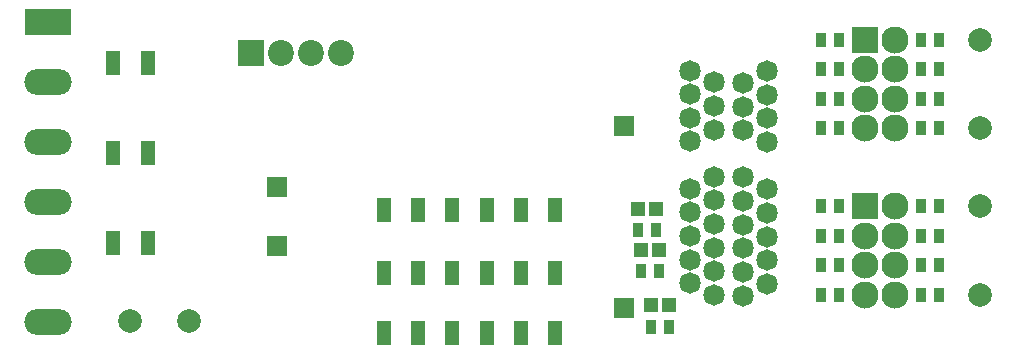
<source format=gbs>
%TF.GenerationSoftware,KiCad,Pcbnew,(5.1.5)-3*%
%TF.CreationDate,2020-03-19T09:51:27+11:00*%
%TF.ProjectId,din_power_atm90e26,64696e5f-706f-4776-9572-5f61746d3930,rev?*%
%TF.SameCoordinates,Original*%
%TF.FileFunction,Soldermask,Bot*%
%TF.FilePolarity,Negative*%
%FSLAX46Y46*%
G04 Gerber Fmt 4.6, Leading zero omitted, Abs format (unit mm)*
G04 Created by KiCad (PCBNEW (5.1.5)-3) date 2020-03-19 09:51:27*
%MOMM*%
%LPD*%
G04 APERTURE LIST*
%ADD10C,1.822400*%
%ADD11C,2.000000*%
%ADD12C,2.200000*%
%ADD13R,2.200000X2.200000*%
%ADD14R,1.708000X1.708000*%
%ADD15R,2.300000X2.300000*%
%ADD16C,2.300000*%
%ADD17O,4.000000X2.200000*%
%ADD18R,4.000000X2.200000*%
%ADD19R,0.900000X1.300000*%
%ADD20R,1.300000X2.100000*%
%ADD21R,1.200000X1.150000*%
G04 APERTURE END LIST*
D10*
%TO.C,J4*%
X169378000Y-62367400D03*
X169378000Y-64367400D03*
X169378000Y-66367400D03*
X169378000Y-68367400D03*
X169378000Y-70367400D03*
X169378000Y-72367400D03*
X171378000Y-71367400D03*
X171378000Y-69367400D03*
X171378000Y-67367400D03*
X171378000Y-65367400D03*
X171378000Y-63367400D03*
X166878000Y-72317400D03*
X166878000Y-70317400D03*
X166878000Y-68317400D03*
X166878000Y-66317400D03*
X166878000Y-64317400D03*
X166878000Y-62317400D03*
X164878000Y-63317400D03*
X164878000Y-65317400D03*
X164878000Y-67317400D03*
X164878000Y-69317400D03*
X164878000Y-71317400D03*
X171378000Y-53367400D03*
X171378000Y-55367400D03*
X171378000Y-57367400D03*
X171378000Y-59367400D03*
X169378000Y-58367400D03*
X169378000Y-56367400D03*
X169378000Y-54367400D03*
X164878000Y-59317400D03*
X164878000Y-57317400D03*
X164878000Y-55317400D03*
X164878000Y-53317400D03*
X166878000Y-54317400D03*
X166878000Y-56317400D03*
X166878000Y-58317400D03*
%TD*%
D11*
%TO.C,F1*%
X117450000Y-74500000D03*
X122450000Y-74500000D03*
%TD*%
D12*
%TO.C,U5*%
X135310000Y-51850000D03*
X132770000Y-51850000D03*
X130230000Y-51850000D03*
D13*
X127690000Y-51850000D03*
%TD*%
D14*
%TO.C,U4*%
X159288000Y-73389000D03*
X159288000Y-57989000D03*
X129888000Y-68189000D03*
X129888000Y-63189000D03*
%TD*%
D15*
%TO.C,J5*%
X179705000Y-50698400D03*
D16*
X179705000Y-53198400D03*
X179705000Y-55698400D03*
X179705000Y-58198400D03*
X182205000Y-50698400D03*
X182205000Y-53198400D03*
X182205000Y-55698400D03*
X182205000Y-58198400D03*
D11*
X189385000Y-50698400D03*
X189385000Y-58198400D03*
%TD*%
%TO.C,J3*%
X189385000Y-72295400D03*
X189385000Y-64795400D03*
D16*
X182205000Y-72295400D03*
X182205000Y-69795400D03*
X182205000Y-67295400D03*
X182205000Y-64795400D03*
X179705000Y-72295400D03*
X179705000Y-69795400D03*
X179705000Y-67295400D03*
D15*
X179705000Y-64795400D03*
%TD*%
D17*
%TO.C,J1*%
X110490000Y-74574400D03*
X110490000Y-69494400D03*
X110490000Y-64414400D03*
X110490000Y-59334400D03*
X110490000Y-54254400D03*
D18*
X110490000Y-49174400D03*
%TD*%
D19*
%TO.C,R3*%
X185950000Y-50700000D03*
X184450000Y-50700000D03*
%TD*%
%TO.C,R11*%
X185950000Y-58200000D03*
X184450000Y-58200000D03*
%TD*%
%TO.C,R10*%
X185950000Y-55700000D03*
X184450000Y-55700000D03*
%TD*%
%TO.C,R9*%
X175950000Y-58200000D03*
X177450000Y-58200000D03*
%TD*%
%TO.C,R8*%
X175950000Y-55700000D03*
X177450000Y-55700000D03*
%TD*%
%TO.C,R2*%
X175950000Y-53200000D03*
X177450000Y-53200000D03*
%TD*%
%TO.C,R4*%
X184450000Y-53200000D03*
X185950000Y-53200000D03*
%TD*%
%TO.C,R1*%
X175950000Y-50700000D03*
X177450000Y-50700000D03*
%TD*%
D20*
%TO.C,R15*%
X144750000Y-65100000D03*
X147650000Y-65100000D03*
%TD*%
%TO.C,R24*%
X150550000Y-75550000D03*
X153450000Y-75550000D03*
%TD*%
%TO.C,R23*%
X153450000Y-70450000D03*
X150550000Y-70450000D03*
%TD*%
%TO.C,R22*%
X153450000Y-65100000D03*
X150550000Y-65100000D03*
%TD*%
%TO.C,R17*%
X147650000Y-75550000D03*
X144750000Y-75550000D03*
%TD*%
%TO.C,R16*%
X144750000Y-70450000D03*
X147650000Y-70450000D03*
%TD*%
%TO.C,R13*%
X141850000Y-70450000D03*
X138950000Y-70450000D03*
%TD*%
%TO.C,R14*%
X138950000Y-75550000D03*
X141850000Y-75550000D03*
%TD*%
%TO.C,R7*%
X118950000Y-67950000D03*
X116050000Y-67950000D03*
%TD*%
%TO.C,R5*%
X118950000Y-52700000D03*
X116050000Y-52700000D03*
%TD*%
%TO.C,R12*%
X138950000Y-65100000D03*
X141850000Y-65100000D03*
%TD*%
%TO.C,R6*%
X118950000Y-60300000D03*
X116050000Y-60300000D03*
%TD*%
D21*
%TO.C,C2*%
X163050000Y-73150000D03*
X161550000Y-73150000D03*
%TD*%
%TO.C,C3*%
X162000000Y-65050000D03*
X160500000Y-65050000D03*
%TD*%
%TO.C,C1*%
X162200000Y-68550000D03*
X160700000Y-68550000D03*
%TD*%
D19*
%TO.C,R27*%
X163050000Y-75050000D03*
X161550000Y-75050000D03*
%TD*%
%TO.C,R19*%
X175950000Y-67300000D03*
X177450000Y-67300000D03*
%TD*%
%TO.C,R20*%
X185950000Y-64800000D03*
X184450000Y-64800000D03*
%TD*%
%TO.C,R21*%
X185950000Y-67300000D03*
X184450000Y-67300000D03*
%TD*%
%TO.C,R25*%
X162000000Y-66800000D03*
X160500000Y-66800000D03*
%TD*%
%TO.C,R26*%
X162200000Y-70300000D03*
X160700000Y-70300000D03*
%TD*%
%TO.C,R28*%
X177450000Y-69800000D03*
X175950000Y-69800000D03*
%TD*%
%TO.C,R31*%
X184450000Y-72300000D03*
X185950000Y-72300000D03*
%TD*%
%TO.C,R30*%
X184450000Y-69800000D03*
X185950000Y-69800000D03*
%TD*%
%TO.C,R29*%
X177450000Y-72300000D03*
X175950000Y-72300000D03*
%TD*%
%TO.C,R18*%
X177450000Y-64800000D03*
X175950000Y-64800000D03*
%TD*%
M02*

</source>
